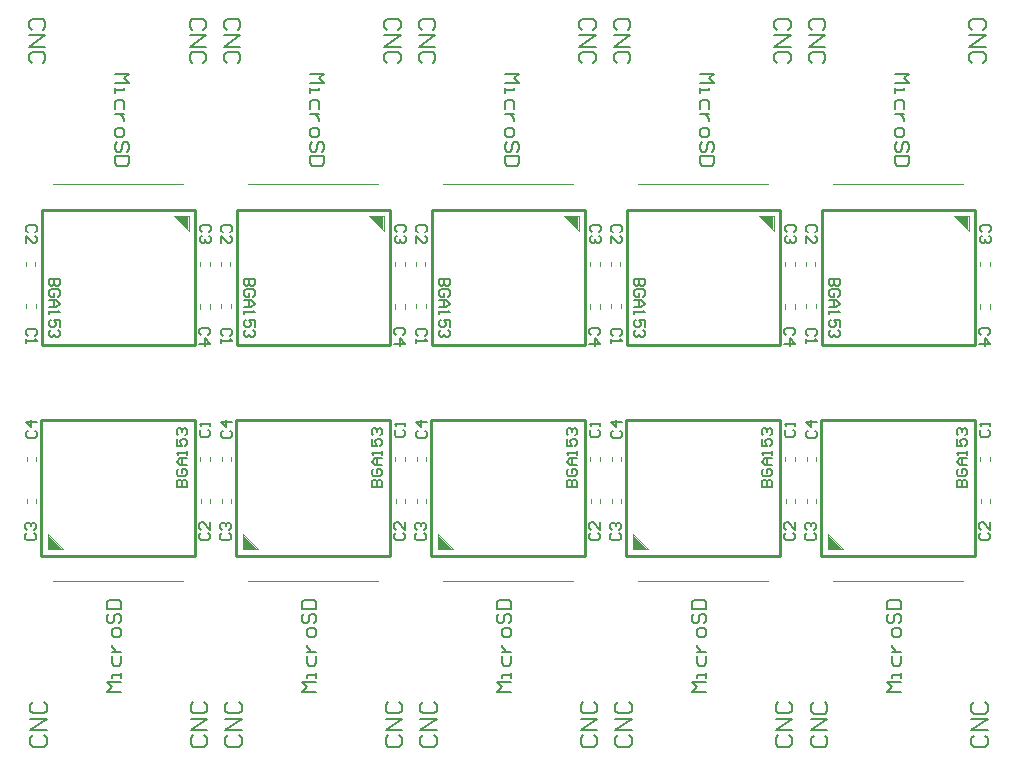
<source format=gto>
G04 Layer_Color=65535*
%FSLAX44Y44*%
%MOMM*%
G71*
G01*
G75*
%ADD23C,0.2000*%
%ADD24C,0.1000*%
%ADD25C,0.2540*%
G36*
X189958Y499072D02*
X178274Y510756D01*
X189958D01*
Y499072D01*
D02*
G37*
G36*
X355058D02*
X343374Y510756D01*
X355058D01*
Y499072D01*
D02*
G37*
G36*
X520158D02*
X508474Y510756D01*
X520158D01*
Y499072D01*
D02*
G37*
G36*
X685258D02*
X673574Y510756D01*
X685258D01*
Y499072D01*
D02*
G37*
G36*
X850358D02*
X838674Y510756D01*
X850358D01*
Y499072D01*
D02*
G37*
G36*
X731486Y241008D02*
X743170Y229324D01*
X731486D01*
Y241008D01*
D02*
G37*
G36*
X566386D02*
X578070Y229324D01*
X566386D01*
Y241008D01*
D02*
G37*
G36*
X401286D02*
X412970Y229324D01*
X401286D01*
Y241008D01*
D02*
G37*
G36*
X236186D02*
X247870Y229324D01*
X236186D01*
Y241008D01*
D02*
G37*
G36*
X71086D02*
X82770Y229324D01*
X71086D01*
Y241008D01*
D02*
G37*
D23*
X194389Y71370D02*
X192057Y69038D01*
Y64373D01*
X194389Y62040D01*
X203720D01*
X206052Y64373D01*
Y69038D01*
X203720Y71370D01*
X206052Y76035D02*
X192057D01*
X206052Y85366D01*
X192057D01*
X194389Y99361D02*
X192057Y97029D01*
Y92364D01*
X194389Y90031D01*
X203720D01*
X206052Y92364D01*
Y97029D01*
X203720Y99361D01*
X58389Y71370D02*
X56057Y69038D01*
Y64373D01*
X58389Y62040D01*
X67719D01*
X70052Y64373D01*
Y69038D01*
X67719Y71370D01*
X70052Y76035D02*
X56057D01*
X70052Y85366D01*
X56057D01*
X58389Y99361D02*
X56057Y97029D01*
Y92364D01*
X58389Y90031D01*
X67719D01*
X70052Y92364D01*
Y97029D01*
X67719Y99361D01*
X359489Y71370D02*
X357157Y69038D01*
Y64373D01*
X359489Y62040D01*
X368820D01*
X371152Y64373D01*
Y69038D01*
X368820Y71370D01*
X371152Y76035D02*
X357157D01*
X371152Y85366D01*
X357157D01*
X359489Y99361D02*
X357157Y97029D01*
Y92364D01*
X359489Y90031D01*
X368820D01*
X371152Y92364D01*
Y97029D01*
X368820Y99361D01*
X223489Y71370D02*
X221157Y69038D01*
Y64373D01*
X223489Y62040D01*
X232819D01*
X235152Y64373D01*
Y69038D01*
X232819Y71370D01*
X235152Y76035D02*
X221157D01*
X235152Y85366D01*
X221157D01*
X223489Y99361D02*
X221157Y97029D01*
Y92364D01*
X223489Y90031D01*
X232819D01*
X235152Y92364D01*
Y97029D01*
X232819Y99361D01*
X524589Y71370D02*
X522257Y69038D01*
Y64373D01*
X524589Y62040D01*
X533919D01*
X536252Y64373D01*
Y69038D01*
X533919Y71370D01*
X536252Y76035D02*
X522257D01*
X536252Y85366D01*
X522257D01*
X524589Y99361D02*
X522257Y97029D01*
Y92364D01*
X524589Y90031D01*
X533919D01*
X536252Y92364D01*
Y97029D01*
X533919Y99361D01*
X388589Y71370D02*
X386257Y69038D01*
Y64373D01*
X388589Y62040D01*
X397920D01*
X400252Y64373D01*
Y69038D01*
X397920Y71370D01*
X400252Y76035D02*
X386257D01*
X400252Y85366D01*
X386257D01*
X388589Y99361D02*
X386257Y97029D01*
Y92364D01*
X388589Y90031D01*
X397920D01*
X400252Y92364D01*
Y97029D01*
X397920Y99361D01*
X689689Y71370D02*
X687357Y69038D01*
Y64373D01*
X689689Y62040D01*
X699019D01*
X701352Y64373D01*
Y69038D01*
X699019Y71370D01*
X701352Y76035D02*
X687357D01*
X701352Y85366D01*
X687357D01*
X689689Y99361D02*
X687357Y97029D01*
Y92364D01*
X689689Y90031D01*
X699019D01*
X701352Y92364D01*
Y97029D01*
X699019Y99361D01*
X553689Y71370D02*
X551357Y69038D01*
Y64373D01*
X553689Y62040D01*
X563019D01*
X565352Y64373D01*
Y69038D01*
X563019Y71370D01*
X565352Y76035D02*
X551357D01*
X565352Y85366D01*
X551357D01*
X553689Y99361D02*
X551357Y97029D01*
Y92364D01*
X553689Y90031D01*
X563019D01*
X565352Y92364D01*
Y97029D01*
X563019Y99361D01*
X855389Y71330D02*
X853057Y68998D01*
Y64333D01*
X855389Y62000D01*
X864719D01*
X867052Y64333D01*
Y68998D01*
X864719Y71330D01*
X867052Y75995D02*
X853057D01*
X867052Y85326D01*
X853057D01*
X855389Y99321D02*
X853057Y96989D01*
Y92324D01*
X855389Y89991D01*
X864719D01*
X867052Y92324D01*
Y96989D01*
X864719Y99321D01*
X719389Y71330D02*
X717057Y68998D01*
Y64333D01*
X719389Y62000D01*
X728719D01*
X731052Y64333D01*
Y68998D01*
X728719Y71330D01*
X731052Y75995D02*
X717057D01*
X731052Y85326D01*
X717057D01*
X719389Y99321D02*
X717057Y96989D01*
Y92324D01*
X719389Y89991D01*
X728719D01*
X731052Y92324D01*
Y96989D01*
X728719Y99321D01*
X727015Y668710D02*
X729348Y671042D01*
Y675707D01*
X727015Y678040D01*
X717685D01*
X715352Y675707D01*
Y671042D01*
X717685Y668710D01*
X715352Y664044D02*
X729348D01*
X715352Y654714D01*
X729348D01*
X727015Y640719D02*
X729348Y643051D01*
Y647717D01*
X727015Y650049D01*
X717685D01*
X715352Y647717D01*
Y643051D01*
X717685Y640719D01*
X863015Y668710D02*
X865348Y671042D01*
Y675707D01*
X863015Y678040D01*
X853685D01*
X851352Y675707D01*
Y671042D01*
X853685Y668710D01*
X851352Y664044D02*
X865348D01*
X851352Y654714D01*
X865348D01*
X863015Y640719D02*
X865348Y643051D01*
Y647717D01*
X863015Y650049D01*
X853685D01*
X851352Y647717D01*
Y643051D01*
X853685Y640719D01*
X561915Y668710D02*
X564248Y671042D01*
Y675707D01*
X561915Y678040D01*
X552585D01*
X550252Y675707D01*
Y671042D01*
X552585Y668710D01*
X550252Y664044D02*
X564248D01*
X550252Y654714D01*
X564248D01*
X561915Y640719D02*
X564248Y643051D01*
Y647717D01*
X561915Y650049D01*
X552585D01*
X550252Y647717D01*
Y643051D01*
X552585Y640719D01*
X697915Y668710D02*
X700248Y671042D01*
Y675707D01*
X697915Y678040D01*
X688585D01*
X686252Y675707D01*
Y671042D01*
X688585Y668710D01*
X686252Y664044D02*
X700248D01*
X686252Y654714D01*
X700248D01*
X697915Y640719D02*
X700248Y643051D01*
Y647717D01*
X697915Y650049D01*
X688585D01*
X686252Y647717D01*
Y643051D01*
X688585Y640719D01*
X396815Y668710D02*
X399148Y671042D01*
Y675707D01*
X396815Y678040D01*
X387485D01*
X385152Y675707D01*
Y671042D01*
X387485Y668710D01*
X385152Y664044D02*
X399148D01*
X385152Y654714D01*
X399148D01*
X396815Y640719D02*
X399148Y643051D01*
Y647717D01*
X396815Y650049D01*
X387485D01*
X385152Y647717D01*
Y643051D01*
X387485Y640719D01*
X532815Y668710D02*
X535148Y671042D01*
Y675707D01*
X532815Y678040D01*
X523485D01*
X521152Y675707D01*
Y671042D01*
X523485Y668710D01*
X521152Y664044D02*
X535148D01*
X521152Y654714D01*
X535148D01*
X532815Y640719D02*
X535148Y643051D01*
Y647717D01*
X532815Y650049D01*
X523485D01*
X521152Y647717D01*
Y643051D01*
X523485Y640719D01*
X231715Y668710D02*
X234048Y671042D01*
Y675707D01*
X231715Y678040D01*
X222385D01*
X220052Y675707D01*
Y671042D01*
X222385Y668710D01*
X220052Y664044D02*
X234048D01*
X220052Y654714D01*
X234048D01*
X231715Y640719D02*
X234048Y643051D01*
Y647717D01*
X231715Y650049D01*
X222385D01*
X220052Y647717D01*
Y643051D01*
X222385Y640719D01*
X367715Y668710D02*
X370048Y671042D01*
Y675707D01*
X367715Y678040D01*
X358385D01*
X356052Y675707D01*
Y671042D01*
X358385Y668710D01*
X356052Y664044D02*
X370048D01*
X356052Y654714D01*
X370048D01*
X367715Y640719D02*
X370048Y643051D01*
Y647717D01*
X367715Y650049D01*
X358385D01*
X356052Y647717D01*
Y643051D01*
X358385Y640719D01*
X202715Y668710D02*
X205048Y671042D01*
Y675707D01*
X202715Y678040D01*
X193385D01*
X191052Y675707D01*
Y671042D01*
X193385Y668710D01*
X191052Y664044D02*
X205048D01*
X191052Y654714D01*
X205048D01*
X202715Y640719D02*
X205048Y643051D01*
Y647717D01*
X202715Y650049D01*
X193385D01*
X191052Y647717D01*
Y643051D01*
X193385Y640719D01*
X66715Y668710D02*
X69048Y671042D01*
Y675707D01*
X66715Y678040D01*
X57385D01*
X55052Y675707D01*
Y671042D01*
X57385Y668710D01*
X55052Y664044D02*
X69048D01*
X55052Y654714D01*
X69048D01*
X66715Y640719D02*
X69048Y643051D01*
Y647717D01*
X66715Y650049D01*
X57385D01*
X55052Y647717D01*
Y643051D01*
X57385Y640719D01*
X206970Y410542D02*
X208469Y412042D01*
Y415041D01*
X206970Y416540D01*
X200972D01*
X199472Y415041D01*
Y412042D01*
X200972Y410542D01*
X199472Y403044D02*
X208469D01*
X203971Y407543D01*
Y401545D01*
X207470Y497542D02*
X208969Y499041D01*
Y502040D01*
X207470Y503540D01*
X201472D01*
X199972Y502040D01*
Y499041D01*
X201472Y497542D01*
X207470Y494543D02*
X208969Y493043D01*
Y490044D01*
X207470Y488545D01*
X205970D01*
X204471Y490044D01*
Y491544D01*
Y490044D01*
X202971Y488545D01*
X201472D01*
X199972Y490044D01*
Y493043D01*
X201472Y494543D01*
X60210Y497332D02*
X61709Y498831D01*
Y501830D01*
X60210Y503330D01*
X54212D01*
X52712Y501830D01*
Y498831D01*
X54212Y497332D01*
X52712Y488335D02*
Y494333D01*
X58710Y488335D01*
X60210D01*
X61709Y489834D01*
Y492833D01*
X60210Y494333D01*
X60020Y409812D02*
X61519Y411311D01*
Y414310D01*
X60020Y415810D01*
X54022D01*
X52522Y414310D01*
Y411311D01*
X54022Y409812D01*
X52522Y406813D02*
Y403814D01*
Y405313D01*
X61519D01*
X60020Y406813D01*
X80969Y458040D02*
X71972D01*
Y453541D01*
X73472Y452042D01*
X74971D01*
X76471Y453541D01*
Y458040D01*
Y453541D01*
X77970Y452042D01*
X79470D01*
X80969Y453541D01*
Y458040D01*
X79470Y443045D02*
X80969Y444544D01*
Y447543D01*
X79470Y449043D01*
X73472D01*
X71972Y447543D01*
Y444544D01*
X73472Y443045D01*
X76471D01*
Y446044D01*
X71972Y440046D02*
X77970D01*
X80969Y437047D01*
X77970Y434048D01*
X71972D01*
X76471D01*
Y440046D01*
X71972Y431049D02*
Y428050D01*
Y429549D01*
X80969D01*
X79470Y431049D01*
X80969Y417553D02*
Y423551D01*
X76471D01*
X77970Y420552D01*
Y419053D01*
X76471Y417553D01*
X73472D01*
X71972Y419053D01*
Y422052D01*
X73472Y423551D01*
X79470Y414554D02*
X80969Y413055D01*
Y410056D01*
X79470Y408556D01*
X77970D01*
X76471Y410056D01*
Y411555D01*
Y410056D01*
X74971Y408556D01*
X73472D01*
X71972Y410056D01*
Y413055D01*
X73472Y414554D01*
X127982Y631660D02*
X139978D01*
X135979Y627661D01*
X139978Y623663D01*
X127982D01*
Y619664D02*
Y615665D01*
Y617665D01*
X135979D01*
Y619664D01*
Y601670D02*
Y607668D01*
X133980Y609667D01*
X129981D01*
X127982Y607668D01*
Y601670D01*
X135979Y597671D02*
X127982D01*
X131981D01*
X133980Y595672D01*
X135979Y593672D01*
Y591673D01*
X127982Y583675D02*
Y579677D01*
X129981Y577677D01*
X133980D01*
X135979Y579677D01*
Y583675D01*
X133980Y585675D01*
X129981D01*
X127982Y583675D01*
X137979Y565681D02*
X139978Y567681D01*
Y571679D01*
X137979Y573679D01*
X135979D01*
X133980Y571679D01*
Y567681D01*
X131981Y565681D01*
X129981D01*
X127982Y567681D01*
Y571679D01*
X129981Y573679D01*
X139978Y561683D02*
X127982D01*
Y555685D01*
X129981Y553685D01*
X137979D01*
X139978Y555685D01*
Y561683D01*
X372070Y410542D02*
X373569Y412042D01*
Y415041D01*
X372070Y416540D01*
X366072D01*
X364572Y415041D01*
Y412042D01*
X366072Y410542D01*
X364572Y403044D02*
X373569D01*
X369071Y407543D01*
Y401545D01*
X372570Y497542D02*
X374069Y499041D01*
Y502040D01*
X372570Y503540D01*
X366572D01*
X365072Y502040D01*
Y499041D01*
X366572Y497542D01*
X372570Y494543D02*
X374069Y493043D01*
Y490044D01*
X372570Y488545D01*
X371070D01*
X369571Y490044D01*
Y491544D01*
Y490044D01*
X368071Y488545D01*
X366572D01*
X365072Y490044D01*
Y493043D01*
X366572Y494543D01*
X225310Y497332D02*
X226809Y498831D01*
Y501830D01*
X225310Y503330D01*
X219312D01*
X217812Y501830D01*
Y498831D01*
X219312Y497332D01*
X217812Y488335D02*
Y494333D01*
X223810Y488335D01*
X225310D01*
X226809Y489834D01*
Y492833D01*
X225310Y494333D01*
X225120Y409812D02*
X226619Y411311D01*
Y414310D01*
X225120Y415810D01*
X219122D01*
X217622Y414310D01*
Y411311D01*
X219122Y409812D01*
X217622Y406813D02*
Y403814D01*
Y405313D01*
X226619D01*
X225120Y406813D01*
X246069Y458040D02*
X237072D01*
Y453541D01*
X238572Y452042D01*
X240071D01*
X241571Y453541D01*
Y458040D01*
Y453541D01*
X243070Y452042D01*
X244570D01*
X246069Y453541D01*
Y458040D01*
X244570Y443045D02*
X246069Y444544D01*
Y447543D01*
X244570Y449043D01*
X238572D01*
X237072Y447543D01*
Y444544D01*
X238572Y443045D01*
X241571D01*
Y446044D01*
X237072Y440046D02*
X243070D01*
X246069Y437047D01*
X243070Y434048D01*
X237072D01*
X241571D01*
Y440046D01*
X237072Y431049D02*
Y428050D01*
Y429549D01*
X246069D01*
X244570Y431049D01*
X246069Y417553D02*
Y423551D01*
X241571D01*
X243070Y420552D01*
Y419053D01*
X241571Y417553D01*
X238572D01*
X237072Y419053D01*
Y422052D01*
X238572Y423551D01*
X244570Y414554D02*
X246069Y413055D01*
Y410056D01*
X244570Y408556D01*
X243070D01*
X241571Y410056D01*
Y411555D01*
Y410056D01*
X240071Y408556D01*
X238572D01*
X237072Y410056D01*
Y413055D01*
X238572Y414554D01*
X293082Y631660D02*
X305078D01*
X301080Y627661D01*
X305078Y623663D01*
X293082D01*
Y619664D02*
Y615665D01*
Y617665D01*
X301080D01*
Y619664D01*
Y601670D02*
Y607668D01*
X299080Y609667D01*
X295082D01*
X293082Y607668D01*
Y601670D01*
X301080Y597671D02*
X293082D01*
X297081D01*
X299080Y595672D01*
X301080Y593672D01*
Y591673D01*
X293082Y583675D02*
Y579677D01*
X295082Y577677D01*
X299080D01*
X301080Y579677D01*
Y583675D01*
X299080Y585675D01*
X295082D01*
X293082Y583675D01*
X303079Y565681D02*
X305078Y567681D01*
Y571679D01*
X303079Y573679D01*
X301080D01*
X299080Y571679D01*
Y567681D01*
X297081Y565681D01*
X295082D01*
X293082Y567681D01*
Y571679D01*
X295082Y573679D01*
X305078Y561683D02*
X293082D01*
Y555685D01*
X295082Y553685D01*
X303079D01*
X305078Y555685D01*
Y561683D01*
X537170Y410542D02*
X538669Y412042D01*
Y415041D01*
X537170Y416540D01*
X531172D01*
X529672Y415041D01*
Y412042D01*
X531172Y410542D01*
X529672Y403044D02*
X538669D01*
X534171Y407543D01*
Y401545D01*
X537670Y497542D02*
X539169Y499041D01*
Y502040D01*
X537670Y503540D01*
X531672D01*
X530172Y502040D01*
Y499041D01*
X531672Y497542D01*
X537670Y494543D02*
X539169Y493043D01*
Y490044D01*
X537670Y488545D01*
X536170D01*
X534671Y490044D01*
Y491544D01*
Y490044D01*
X533171Y488545D01*
X531672D01*
X530172Y490044D01*
Y493043D01*
X531672Y494543D01*
X390410Y497332D02*
X391909Y498831D01*
Y501830D01*
X390410Y503330D01*
X384412D01*
X382912Y501830D01*
Y498831D01*
X384412Y497332D01*
X382912Y488335D02*
Y494333D01*
X388910Y488335D01*
X390410D01*
X391909Y489834D01*
Y492833D01*
X390410Y494333D01*
X390220Y409812D02*
X391719Y411311D01*
Y414310D01*
X390220Y415810D01*
X384222D01*
X382722Y414310D01*
Y411311D01*
X384222Y409812D01*
X382722Y406813D02*
Y403814D01*
Y405313D01*
X391719D01*
X390220Y406813D01*
X411169Y458040D02*
X402172D01*
Y453541D01*
X403672Y452042D01*
X405171D01*
X406671Y453541D01*
Y458040D01*
Y453541D01*
X408170Y452042D01*
X409670D01*
X411169Y453541D01*
Y458040D01*
X409670Y443045D02*
X411169Y444544D01*
Y447543D01*
X409670Y449043D01*
X403672D01*
X402172Y447543D01*
Y444544D01*
X403672Y443045D01*
X406671D01*
Y446044D01*
X402172Y440046D02*
X408170D01*
X411169Y437047D01*
X408170Y434048D01*
X402172D01*
X406671D01*
Y440046D01*
X402172Y431049D02*
Y428050D01*
Y429549D01*
X411169D01*
X409670Y431049D01*
X411169Y417553D02*
Y423551D01*
X406671D01*
X408170Y420552D01*
Y419053D01*
X406671Y417553D01*
X403672D01*
X402172Y419053D01*
Y422052D01*
X403672Y423551D01*
X409670Y414554D02*
X411169Y413055D01*
Y410056D01*
X409670Y408556D01*
X408170D01*
X406671Y410056D01*
Y411555D01*
Y410056D01*
X405171Y408556D01*
X403672D01*
X402172Y410056D01*
Y413055D01*
X403672Y414554D01*
X458182Y631660D02*
X470178D01*
X466180Y627661D01*
X470178Y623663D01*
X458182D01*
Y619664D02*
Y615665D01*
Y617665D01*
X466180D01*
Y619664D01*
Y601670D02*
Y607668D01*
X464180Y609667D01*
X460182D01*
X458182Y607668D01*
Y601670D01*
X466180Y597671D02*
X458182D01*
X462181D01*
X464180Y595672D01*
X466180Y593672D01*
Y591673D01*
X458182Y583675D02*
Y579677D01*
X460182Y577677D01*
X464180D01*
X466180Y579677D01*
Y583675D01*
X464180Y585675D01*
X460182D01*
X458182Y583675D01*
X468179Y565681D02*
X470178Y567681D01*
Y571679D01*
X468179Y573679D01*
X466180D01*
X464180Y571679D01*
Y567681D01*
X462181Y565681D01*
X460182D01*
X458182Y567681D01*
Y571679D01*
X460182Y573679D01*
X470178Y561683D02*
X458182D01*
Y555685D01*
X460182Y553685D01*
X468179D01*
X470178Y555685D01*
Y561683D01*
X702270Y410542D02*
X703769Y412042D01*
Y415041D01*
X702270Y416540D01*
X696272D01*
X694772Y415041D01*
Y412042D01*
X696272Y410542D01*
X694772Y403044D02*
X703769D01*
X699271Y407543D01*
Y401545D01*
X702770Y497542D02*
X704269Y499041D01*
Y502040D01*
X702770Y503540D01*
X696772D01*
X695272Y502040D01*
Y499041D01*
X696772Y497542D01*
X702770Y494543D02*
X704269Y493043D01*
Y490044D01*
X702770Y488545D01*
X701270D01*
X699771Y490044D01*
Y491544D01*
Y490044D01*
X698271Y488545D01*
X696772D01*
X695272Y490044D01*
Y493043D01*
X696772Y494543D01*
X555510Y497332D02*
X557009Y498831D01*
Y501830D01*
X555510Y503330D01*
X549512D01*
X548012Y501830D01*
Y498831D01*
X549512Y497332D01*
X548012Y488335D02*
Y494333D01*
X554010Y488335D01*
X555510D01*
X557009Y489834D01*
Y492833D01*
X555510Y494333D01*
X555320Y409812D02*
X556819Y411311D01*
Y414310D01*
X555320Y415810D01*
X549322D01*
X547822Y414310D01*
Y411311D01*
X549322Y409812D01*
X547822Y406813D02*
Y403814D01*
Y405313D01*
X556819D01*
X555320Y406813D01*
X576269Y458040D02*
X567272D01*
Y453541D01*
X568772Y452042D01*
X570271D01*
X571771Y453541D01*
Y458040D01*
Y453541D01*
X573270Y452042D01*
X574770D01*
X576269Y453541D01*
Y458040D01*
X574770Y443045D02*
X576269Y444544D01*
Y447543D01*
X574770Y449043D01*
X568772D01*
X567272Y447543D01*
Y444544D01*
X568772Y443045D01*
X571771D01*
Y446044D01*
X567272Y440046D02*
X573270D01*
X576269Y437047D01*
X573270Y434048D01*
X567272D01*
X571771D01*
Y440046D01*
X567272Y431049D02*
Y428050D01*
Y429549D01*
X576269D01*
X574770Y431049D01*
X576269Y417553D02*
Y423551D01*
X571771D01*
X573270Y420552D01*
Y419053D01*
X571771Y417553D01*
X568772D01*
X567272Y419053D01*
Y422052D01*
X568772Y423551D01*
X574770Y414554D02*
X576269Y413055D01*
Y410056D01*
X574770Y408556D01*
X573270D01*
X571771Y410056D01*
Y411555D01*
Y410056D01*
X570271Y408556D01*
X568772D01*
X567272Y410056D01*
Y413055D01*
X568772Y414554D01*
X623282Y631660D02*
X635278D01*
X631279Y627661D01*
X635278Y623663D01*
X623282D01*
Y619664D02*
Y615665D01*
Y617665D01*
X631279D01*
Y619664D01*
Y601670D02*
Y607668D01*
X629280Y609667D01*
X625281D01*
X623282Y607668D01*
Y601670D01*
X631279Y597671D02*
X623282D01*
X627281D01*
X629280Y595672D01*
X631279Y593672D01*
Y591673D01*
X623282Y583675D02*
Y579677D01*
X625281Y577677D01*
X629280D01*
X631279Y579677D01*
Y583675D01*
X629280Y585675D01*
X625281D01*
X623282Y583675D01*
X633279Y565681D02*
X635278Y567681D01*
Y571679D01*
X633279Y573679D01*
X631279D01*
X629280Y571679D01*
Y567681D01*
X627281Y565681D01*
X625281D01*
X623282Y567681D01*
Y571679D01*
X625281Y573679D01*
X635278Y561683D02*
X623282D01*
Y555685D01*
X625281Y553685D01*
X633279D01*
X635278Y555685D01*
Y561683D01*
X867370Y410542D02*
X868869Y412042D01*
Y415041D01*
X867370Y416540D01*
X861372D01*
X859872Y415041D01*
Y412042D01*
X861372Y410542D01*
X859872Y403044D02*
X868869D01*
X864371Y407543D01*
Y401545D01*
X867870Y497542D02*
X869369Y499041D01*
Y502040D01*
X867870Y503540D01*
X861872D01*
X860372Y502040D01*
Y499041D01*
X861872Y497542D01*
X867870Y494543D02*
X869369Y493043D01*
Y490044D01*
X867870Y488545D01*
X866370D01*
X864871Y490044D01*
Y491544D01*
Y490044D01*
X863371Y488545D01*
X861872D01*
X860372Y490044D01*
Y493043D01*
X861872Y494543D01*
X720610Y497332D02*
X722109Y498831D01*
Y501830D01*
X720610Y503330D01*
X714612D01*
X713112Y501830D01*
Y498831D01*
X714612Y497332D01*
X713112Y488335D02*
Y494333D01*
X719110Y488335D01*
X720610D01*
X722109Y489834D01*
Y492833D01*
X720610Y494333D01*
X720420Y409812D02*
X721919Y411311D01*
Y414310D01*
X720420Y415810D01*
X714422D01*
X712922Y414310D01*
Y411311D01*
X714422Y409812D01*
X712922Y406813D02*
Y403814D01*
Y405313D01*
X721919D01*
X720420Y406813D01*
X741369Y458040D02*
X732372D01*
Y453541D01*
X733872Y452042D01*
X735371D01*
X736871Y453541D01*
Y458040D01*
Y453541D01*
X738370Y452042D01*
X739870D01*
X741369Y453541D01*
Y458040D01*
X739870Y443045D02*
X741369Y444544D01*
Y447543D01*
X739870Y449043D01*
X733872D01*
X732372Y447543D01*
Y444544D01*
X733872Y443045D01*
X736871D01*
Y446044D01*
X732372Y440046D02*
X738370D01*
X741369Y437047D01*
X738370Y434048D01*
X732372D01*
X736871D01*
Y440046D01*
X732372Y431049D02*
Y428050D01*
Y429549D01*
X741369D01*
X739870Y431049D01*
X741369Y417553D02*
Y423551D01*
X736871D01*
X738370Y420552D01*
Y419053D01*
X736871Y417553D01*
X733872D01*
X732372Y419053D01*
Y422052D01*
X733872Y423551D01*
X739870Y414554D02*
X741369Y413055D01*
Y410056D01*
X739870Y408556D01*
X738370D01*
X736871Y410056D01*
Y411555D01*
Y410056D01*
X735371Y408556D01*
X733872D01*
X732372Y410056D01*
Y413055D01*
X733872Y414554D01*
X788382Y631660D02*
X800378D01*
X796379Y627661D01*
X800378Y623663D01*
X788382D01*
Y619664D02*
Y615665D01*
Y617665D01*
X796379D01*
Y619664D01*
Y601670D02*
Y607668D01*
X794380Y609667D01*
X790381D01*
X788382Y607668D01*
Y601670D01*
X796379Y597671D02*
X788382D01*
X792381D01*
X794380Y595672D01*
X796379Y593672D01*
Y591673D01*
X788382Y583675D02*
Y579677D01*
X790381Y577677D01*
X794380D01*
X796379Y579677D01*
Y583675D01*
X794380Y585675D01*
X790381D01*
X788382Y583675D01*
X798379Y565681D02*
X800378Y567681D01*
Y571679D01*
X798379Y573679D01*
X796379D01*
X794380Y571679D01*
Y567681D01*
X792381Y565681D01*
X790381D01*
X788382Y567681D01*
Y571679D01*
X790381Y573679D01*
X800378Y561683D02*
X788382D01*
Y555685D01*
X790381Y553685D01*
X798379D01*
X800378Y555685D01*
Y561683D01*
X714474Y329538D02*
X712975Y328039D01*
Y325040D01*
X714474Y323540D01*
X720473D01*
X721972Y325040D01*
Y328039D01*
X720473Y329538D01*
X721972Y337036D02*
X712975D01*
X717474Y332537D01*
Y338535D01*
X713975Y242538D02*
X712475Y241039D01*
Y238039D01*
X713975Y236540D01*
X719973D01*
X721472Y238039D01*
Y241039D01*
X719973Y242538D01*
X713975Y245537D02*
X712475Y247037D01*
Y250036D01*
X713975Y251535D01*
X715474D01*
X716973Y250036D01*
Y248536D01*
Y250036D01*
X718473Y251535D01*
X719973D01*
X721472Y250036D01*
Y247037D01*
X719973Y245537D01*
X861235Y242748D02*
X859735Y241249D01*
Y238249D01*
X861235Y236750D01*
X867233D01*
X868732Y238249D01*
Y241249D01*
X867233Y242748D01*
X868732Y251745D02*
Y245747D01*
X862734Y251745D01*
X861235D01*
X859735Y250246D01*
Y247247D01*
X861235Y245747D01*
X861424Y330268D02*
X859925Y328769D01*
Y325770D01*
X861424Y324270D01*
X867423D01*
X868922Y325770D01*
Y328769D01*
X867423Y330268D01*
X868922Y333267D02*
Y336266D01*
Y334767D01*
X859925D01*
X861424Y333267D01*
X840475Y282040D02*
X849472D01*
Y286539D01*
X847973Y288038D01*
X846473D01*
X844974Y286539D01*
Y282040D01*
Y286539D01*
X843474Y288038D01*
X841974D01*
X840475Y286539D01*
Y282040D01*
X841974Y297035D02*
X840475Y295536D01*
Y292537D01*
X841974Y291037D01*
X847973D01*
X849472Y292537D01*
Y295536D01*
X847973Y297035D01*
X844974D01*
Y294036D01*
X849472Y300034D02*
X843474D01*
X840475Y303033D01*
X843474Y306032D01*
X849472D01*
X844974D01*
Y300034D01*
X849472Y309031D02*
Y312030D01*
Y310531D01*
X840475D01*
X841974Y309031D01*
X840475Y322527D02*
Y316529D01*
X844974D01*
X843474Y319528D01*
Y321027D01*
X844974Y322527D01*
X847973D01*
X849472Y321027D01*
Y318028D01*
X847973Y316529D01*
X841974Y325526D02*
X840475Y327025D01*
Y330024D01*
X841974Y331524D01*
X843474D01*
X844974Y330024D01*
Y328525D01*
Y330024D01*
X846473Y331524D01*
X847973D01*
X849472Y330024D01*
Y327025D01*
X847973Y325526D01*
X793462Y108420D02*
X781466D01*
X785465Y112419D01*
X781466Y116417D01*
X793462D01*
Y120416D02*
Y124415D01*
Y122416D01*
X785465D01*
Y120416D01*
Y138410D02*
Y132412D01*
X787464Y130413D01*
X791463D01*
X793462Y132412D01*
Y138410D01*
X785465Y142409D02*
X793462D01*
X789463D01*
X787464Y144408D01*
X785465Y146408D01*
Y148407D01*
X793462Y156404D02*
Y160403D01*
X791463Y162403D01*
X787464D01*
X785465Y160403D01*
Y156404D01*
X787464Y154405D01*
X791463D01*
X793462Y156404D01*
X783465Y174399D02*
X781466Y172399D01*
Y168401D01*
X783465Y166401D01*
X785465D01*
X787464Y168401D01*
Y172399D01*
X789463Y174399D01*
X791463D01*
X793462Y172399D01*
Y168401D01*
X791463Y166401D01*
X781466Y178397D02*
X793462D01*
Y184395D01*
X791463Y186395D01*
X783465D01*
X781466Y184395D01*
Y178397D01*
X549375Y329538D02*
X547875Y328039D01*
Y325040D01*
X549375Y323540D01*
X555373D01*
X556872Y325040D01*
Y328039D01*
X555373Y329538D01*
X556872Y337036D02*
X547875D01*
X552374Y332537D01*
Y338535D01*
X548875Y242538D02*
X547375Y241039D01*
Y238039D01*
X548875Y236540D01*
X554873D01*
X556372Y238039D01*
Y241039D01*
X554873Y242538D01*
X548875Y245537D02*
X547375Y247037D01*
Y250036D01*
X548875Y251535D01*
X550374D01*
X551874Y250036D01*
Y248536D01*
Y250036D01*
X553373Y251535D01*
X554873D01*
X556372Y250036D01*
Y247037D01*
X554873Y245537D01*
X696134Y242748D02*
X694635Y241249D01*
Y238249D01*
X696134Y236750D01*
X702133D01*
X703632Y238249D01*
Y241249D01*
X702133Y242748D01*
X703632Y251745D02*
Y245747D01*
X697634Y251745D01*
X696134D01*
X694635Y250246D01*
Y247247D01*
X696134Y245747D01*
X696324Y330268D02*
X694825Y328769D01*
Y325770D01*
X696324Y324270D01*
X702323D01*
X703822Y325770D01*
Y328769D01*
X702323Y330268D01*
X703822Y333267D02*
Y336266D01*
Y334767D01*
X694825D01*
X696324Y333267D01*
X675375Y282040D02*
X684372D01*
Y286539D01*
X682873Y288038D01*
X681373D01*
X679874Y286539D01*
Y282040D01*
Y286539D01*
X678374Y288038D01*
X676874D01*
X675375Y286539D01*
Y282040D01*
X676874Y297035D02*
X675375Y295536D01*
Y292537D01*
X676874Y291037D01*
X682873D01*
X684372Y292537D01*
Y295536D01*
X682873Y297035D01*
X679874D01*
Y294036D01*
X684372Y300034D02*
X678374D01*
X675375Y303033D01*
X678374Y306032D01*
X684372D01*
X679874D01*
Y300034D01*
X684372Y309031D02*
Y312030D01*
Y310531D01*
X675375D01*
X676874Y309031D01*
X675375Y322527D02*
Y316529D01*
X679874D01*
X678374Y319528D01*
Y321027D01*
X679874Y322527D01*
X682873D01*
X684372Y321027D01*
Y318028D01*
X682873Y316529D01*
X676874Y325526D02*
X675375Y327025D01*
Y330024D01*
X676874Y331524D01*
X678374D01*
X679874Y330024D01*
Y328525D01*
Y330024D01*
X681373Y331524D01*
X682873D01*
X684372Y330024D01*
Y327025D01*
X682873Y325526D01*
X628362Y108420D02*
X616366D01*
X620365Y112419D01*
X616366Y116417D01*
X628362D01*
Y120416D02*
Y124415D01*
Y122416D01*
X620365D01*
Y120416D01*
Y138410D02*
Y132412D01*
X622364Y130413D01*
X626363D01*
X628362Y132412D01*
Y138410D01*
X620365Y142409D02*
X628362D01*
X624363D01*
X622364Y144408D01*
X620365Y146408D01*
Y148407D01*
X628362Y156404D02*
Y160403D01*
X626363Y162403D01*
X622364D01*
X620365Y160403D01*
Y156404D01*
X622364Y154405D01*
X626363D01*
X628362Y156404D01*
X618365Y174399D02*
X616366Y172399D01*
Y168401D01*
X618365Y166401D01*
X620365D01*
X622364Y168401D01*
Y172399D01*
X624363Y174399D01*
X626363D01*
X628362Y172399D01*
Y168401D01*
X626363Y166401D01*
X616366Y178397D02*
X628362D01*
Y184395D01*
X626363Y186395D01*
X618365D01*
X616366Y184395D01*
Y178397D01*
X384274Y329538D02*
X382775Y328039D01*
Y325040D01*
X384274Y323540D01*
X390273D01*
X391772Y325040D01*
Y328039D01*
X390273Y329538D01*
X391772Y337036D02*
X382775D01*
X387273Y332537D01*
Y338535D01*
X383774Y242538D02*
X382275Y241039D01*
Y238039D01*
X383774Y236540D01*
X389773D01*
X391272Y238039D01*
Y241039D01*
X389773Y242538D01*
X383774Y245537D02*
X382275Y247037D01*
Y250036D01*
X383774Y251535D01*
X385274D01*
X386773Y250036D01*
Y248536D01*
Y250036D01*
X388273Y251535D01*
X389773D01*
X391272Y250036D01*
Y247037D01*
X389773Y245537D01*
X531035Y242748D02*
X529535Y241249D01*
Y238249D01*
X531035Y236750D01*
X537033D01*
X538532Y238249D01*
Y241249D01*
X537033Y242748D01*
X538532Y251745D02*
Y245747D01*
X532534Y251745D01*
X531035D01*
X529535Y250246D01*
Y247247D01*
X531035Y245747D01*
X531225Y330268D02*
X529725Y328769D01*
Y325770D01*
X531225Y324270D01*
X537223D01*
X538722Y325770D01*
Y328769D01*
X537223Y330268D01*
X538722Y333267D02*
Y336266D01*
Y334767D01*
X529725D01*
X531225Y333267D01*
X510275Y282040D02*
X519272D01*
Y286539D01*
X517773Y288038D01*
X516273D01*
X514773Y286539D01*
Y282040D01*
Y286539D01*
X513274Y288038D01*
X511774D01*
X510275Y286539D01*
Y282040D01*
X511774Y297035D02*
X510275Y295536D01*
Y292537D01*
X511774Y291037D01*
X517773D01*
X519272Y292537D01*
Y295536D01*
X517773Y297035D01*
X514773D01*
Y294036D01*
X519272Y300034D02*
X513274D01*
X510275Y303033D01*
X513274Y306032D01*
X519272D01*
X514773D01*
Y300034D01*
X519272Y309031D02*
Y312030D01*
Y310531D01*
X510275D01*
X511774Y309031D01*
X510275Y322527D02*
Y316529D01*
X514773D01*
X513274Y319528D01*
Y321027D01*
X514773Y322527D01*
X517773D01*
X519272Y321027D01*
Y318028D01*
X517773Y316529D01*
X511774Y325526D02*
X510275Y327025D01*
Y330024D01*
X511774Y331524D01*
X513274D01*
X514773Y330024D01*
Y328525D01*
Y330024D01*
X516273Y331524D01*
X517773D01*
X519272Y330024D01*
Y327025D01*
X517773Y325526D01*
X463262Y108420D02*
X451266D01*
X455265Y112419D01*
X451266Y116417D01*
X463262D01*
Y120416D02*
Y124415D01*
Y122416D01*
X455265D01*
Y120416D01*
Y138410D02*
Y132412D01*
X457264Y130413D01*
X461263D01*
X463262Y132412D01*
Y138410D01*
X455265Y142409D02*
X463262D01*
X459263D01*
X457264Y144408D01*
X455265Y146408D01*
Y148407D01*
X463262Y156404D02*
Y160403D01*
X461263Y162403D01*
X457264D01*
X455265Y160403D01*
Y156404D01*
X457264Y154405D01*
X461263D01*
X463262Y156404D01*
X453265Y174399D02*
X451266Y172399D01*
Y168401D01*
X453265Y166401D01*
X455265D01*
X457264Y168401D01*
Y172399D01*
X459263Y174399D01*
X461263D01*
X463262Y172399D01*
Y168401D01*
X461263Y166401D01*
X451266Y178397D02*
X463262D01*
Y184395D01*
X461263Y186395D01*
X453265D01*
X451266Y184395D01*
Y178397D01*
X219174Y329538D02*
X217675Y328039D01*
Y325040D01*
X219174Y323540D01*
X225173D01*
X226672Y325040D01*
Y328039D01*
X225173Y329538D01*
X226672Y337036D02*
X217675D01*
X222174Y332537D01*
Y338535D01*
X218675Y242538D02*
X217175Y241039D01*
Y238039D01*
X218675Y236540D01*
X224673D01*
X226172Y238039D01*
Y241039D01*
X224673Y242538D01*
X218675Y245537D02*
X217175Y247037D01*
Y250036D01*
X218675Y251535D01*
X220174D01*
X221674Y250036D01*
Y248536D01*
Y250036D01*
X223173Y251535D01*
X224673D01*
X226172Y250036D01*
Y247037D01*
X224673Y245537D01*
X365934Y242748D02*
X364435Y241249D01*
Y238249D01*
X365934Y236750D01*
X371933D01*
X373432Y238249D01*
Y241249D01*
X371933Y242748D01*
X373432Y251745D02*
Y245747D01*
X367434Y251745D01*
X365934D01*
X364435Y250246D01*
Y247247D01*
X365934Y245747D01*
X366124Y330268D02*
X364625Y328769D01*
Y325770D01*
X366124Y324270D01*
X372123D01*
X373622Y325770D01*
Y328769D01*
X372123Y330268D01*
X373622Y333267D02*
Y336266D01*
Y334767D01*
X364625D01*
X366124Y333267D01*
X345175Y282040D02*
X354172D01*
Y286539D01*
X352673Y288038D01*
X351173D01*
X349674Y286539D01*
Y282040D01*
Y286539D01*
X348174Y288038D01*
X346674D01*
X345175Y286539D01*
Y282040D01*
X346674Y297035D02*
X345175Y295536D01*
Y292537D01*
X346674Y291037D01*
X352673D01*
X354172Y292537D01*
Y295536D01*
X352673Y297035D01*
X349674D01*
Y294036D01*
X354172Y300034D02*
X348174D01*
X345175Y303033D01*
X348174Y306032D01*
X354172D01*
X349674D01*
Y300034D01*
X354172Y309031D02*
Y312030D01*
Y310531D01*
X345175D01*
X346674Y309031D01*
X345175Y322527D02*
Y316529D01*
X349674D01*
X348174Y319528D01*
Y321027D01*
X349674Y322527D01*
X352673D01*
X354172Y321027D01*
Y318028D01*
X352673Y316529D01*
X346674Y325526D02*
X345175Y327025D01*
Y330024D01*
X346674Y331524D01*
X348174D01*
X349674Y330024D01*
Y328525D01*
Y330024D01*
X351173Y331524D01*
X352673D01*
X354172Y330024D01*
Y327025D01*
X352673Y325526D01*
X298162Y108420D02*
X286166D01*
X290165Y112419D01*
X286166Y116417D01*
X298162D01*
Y120416D02*
Y124415D01*
Y122416D01*
X290165D01*
Y120416D01*
Y138410D02*
Y132412D01*
X292164Y130413D01*
X296163D01*
X298162Y132412D01*
Y138410D01*
X290165Y142409D02*
X298162D01*
X294163D01*
X292164Y144408D01*
X290165Y146408D01*
Y148407D01*
X298162Y156404D02*
Y160403D01*
X296163Y162403D01*
X292164D01*
X290165Y160403D01*
Y156404D01*
X292164Y154405D01*
X296163D01*
X298162Y156404D01*
X288165Y174399D02*
X286166Y172399D01*
Y168401D01*
X288165Y166401D01*
X290165D01*
X292164Y168401D01*
Y172399D01*
X294163Y174399D01*
X296163D01*
X298162Y172399D01*
Y168401D01*
X296163Y166401D01*
X286166Y178397D02*
X298162D01*
Y184395D01*
X296163Y186395D01*
X288165D01*
X286166Y184395D01*
Y178397D01*
X54075Y329538D02*
X52575Y328039D01*
Y325040D01*
X54075Y323540D01*
X60073D01*
X61572Y325040D01*
Y328039D01*
X60073Y329538D01*
X61572Y337036D02*
X52575D01*
X57073Y332537D01*
Y338535D01*
X53575Y242538D02*
X52075Y241039D01*
Y238039D01*
X53575Y236540D01*
X59573D01*
X61072Y238039D01*
Y241039D01*
X59573Y242538D01*
X53575Y245537D02*
X52075Y247037D01*
Y250036D01*
X53575Y251535D01*
X55074D01*
X56574Y250036D01*
Y248536D01*
Y250036D01*
X58073Y251535D01*
X59573D01*
X61072Y250036D01*
Y247037D01*
X59573Y245537D01*
X200835Y242748D02*
X199335Y241249D01*
Y238249D01*
X200835Y236750D01*
X206833D01*
X208332Y238249D01*
Y241249D01*
X206833Y242748D01*
X208332Y251745D02*
Y245747D01*
X202334Y251745D01*
X200835D01*
X199335Y250246D01*
Y247247D01*
X200835Y245747D01*
X201024Y330268D02*
X199525Y328769D01*
Y325770D01*
X201024Y324270D01*
X207023D01*
X208522Y325770D01*
Y328769D01*
X207023Y330268D01*
X208522Y333267D02*
Y336266D01*
Y334767D01*
X199525D01*
X201024Y333267D01*
X180075Y282040D02*
X189072D01*
Y286539D01*
X187573Y288038D01*
X186073D01*
X184573Y286539D01*
Y282040D01*
Y286539D01*
X183074Y288038D01*
X181574D01*
X180075Y286539D01*
Y282040D01*
X181574Y297035D02*
X180075Y295536D01*
Y292537D01*
X181574Y291037D01*
X187573D01*
X189072Y292537D01*
Y295536D01*
X187573Y297035D01*
X184573D01*
Y294036D01*
X189072Y300034D02*
X183074D01*
X180075Y303033D01*
X183074Y306032D01*
X189072D01*
X184573D01*
Y300034D01*
X189072Y309031D02*
Y312030D01*
Y310531D01*
X180075D01*
X181574Y309031D01*
X180075Y322527D02*
Y316529D01*
X184573D01*
X183074Y319528D01*
Y321027D01*
X184573Y322527D01*
X187573D01*
X189072Y321027D01*
Y318028D01*
X187573Y316529D01*
X181574Y325526D02*
X180075Y327025D01*
Y330024D01*
X181574Y331524D01*
X183074D01*
X184573Y330024D01*
Y328525D01*
Y330024D01*
X186073Y331524D01*
X187573D01*
X189072Y330024D01*
Y327025D01*
X187573Y325526D01*
X133062Y108420D02*
X121066D01*
X125065Y112419D01*
X121066Y116417D01*
X133062D01*
Y120416D02*
Y124415D01*
Y122416D01*
X125065D01*
Y120416D01*
Y138410D02*
Y132412D01*
X127064Y130413D01*
X131063D01*
X133062Y132412D01*
Y138410D01*
X125065Y142409D02*
X133062D01*
X129063D01*
X127064Y144408D01*
X125065Y146408D01*
Y148407D01*
X133062Y156404D02*
Y160403D01*
X131063Y162403D01*
X127064D01*
X125065Y160403D01*
Y156404D01*
X127064Y154405D01*
X131063D01*
X133062Y156404D01*
X123065Y174399D02*
X121066Y172399D01*
Y168401D01*
X123065Y166401D01*
X125065D01*
X127064Y168401D01*
Y172399D01*
X129063Y174399D01*
X131063D01*
X133062Y172399D01*
Y168401D01*
X131063Y166401D01*
X121066Y178397D02*
X133062D01*
Y184395D01*
X131063Y186395D01*
X123065D01*
X121066Y184395D01*
Y178397D01*
D24*
X199972Y432890D02*
Y436440D01*
X207972Y432890D02*
Y436440D01*
X75232Y538080D02*
X185232D01*
X52522Y468660D02*
Y472210D01*
X60522Y468660D02*
Y472210D01*
X60702Y433050D02*
Y436600D01*
X52702Y433050D02*
Y436600D01*
X207972Y468640D02*
Y472190D01*
X199972Y468640D02*
Y472190D01*
X190212Y498310D02*
Y511010D01*
X177512D02*
X190212D01*
X177512D02*
X190212Y498310D01*
X365072Y432890D02*
Y436440D01*
X373072Y432890D02*
Y436440D01*
X240332Y538080D02*
X350332D01*
X217622Y468660D02*
Y472210D01*
X225622Y468660D02*
Y472210D01*
X225802Y433050D02*
Y436600D01*
X217802Y433050D02*
Y436600D01*
X373072Y468640D02*
Y472190D01*
X365072Y468640D02*
Y472190D01*
X355312Y498310D02*
Y511010D01*
X342612D02*
X355312D01*
X342612D02*
X355312Y498310D01*
X530172Y432890D02*
Y436440D01*
X538172Y432890D02*
Y436440D01*
X405432Y538080D02*
X515432D01*
X382722Y468660D02*
Y472210D01*
X390722Y468660D02*
Y472210D01*
X390902Y433050D02*
Y436600D01*
X382902Y433050D02*
Y436600D01*
X538172Y468640D02*
Y472190D01*
X530172Y468640D02*
Y472190D01*
X520412Y498310D02*
Y511010D01*
X507712D02*
X520412D01*
X507712D02*
X520412Y498310D01*
X695272Y432890D02*
Y436440D01*
X703272Y432890D02*
Y436440D01*
X570532Y538080D02*
X680532D01*
X547822Y468660D02*
Y472210D01*
X555822Y468660D02*
Y472210D01*
X556002Y433050D02*
Y436600D01*
X548002Y433050D02*
Y436600D01*
X703272Y468640D02*
Y472190D01*
X695272Y468640D02*
Y472190D01*
X685512Y498310D02*
Y511010D01*
X672812D02*
X685512D01*
X672812D02*
X685512Y498310D01*
X860372Y432890D02*
Y436440D01*
X868372Y432890D02*
Y436440D01*
X735632Y538080D02*
X845632D01*
X712922Y468660D02*
Y472210D01*
X720922Y468660D02*
Y472210D01*
X721102Y433050D02*
Y436600D01*
X713102Y433050D02*
Y436600D01*
X868372Y468640D02*
Y472190D01*
X860372Y468640D02*
Y472190D01*
X850612Y498310D02*
Y511010D01*
X837912D02*
X850612D01*
X837912D02*
X850612Y498310D01*
X721472Y307190D02*
Y303640D01*
X713472Y307190D02*
Y303640D01*
X846212Y202000D02*
X736212D01*
X868922Y271420D02*
Y267870D01*
X860922Y271420D02*
Y267870D01*
X860742Y307030D02*
Y303480D01*
X868742Y307030D02*
Y303480D01*
X713472Y271440D02*
Y267890D01*
X721472Y271440D02*
Y267890D01*
X731232Y241770D02*
Y229070D01*
X743932D02*
X731232D01*
X743932D02*
X731232Y241770D01*
X556372Y307190D02*
Y303640D01*
X548372Y307190D02*
Y303640D01*
X681112Y202000D02*
X571112D01*
X703822Y271420D02*
Y267870D01*
X695822Y271420D02*
Y267870D01*
X695642Y307030D02*
Y303480D01*
X703642Y307030D02*
Y303480D01*
X548372Y271440D02*
Y267890D01*
X556372Y271440D02*
Y267890D01*
X566132Y241770D02*
Y229070D01*
X578832D02*
X566132D01*
X578832D02*
X566132Y241770D01*
X391272Y307190D02*
Y303640D01*
X383272Y307190D02*
Y303640D01*
X516012Y202000D02*
X406012D01*
X538722Y271420D02*
Y267870D01*
X530722Y271420D02*
Y267870D01*
X530542Y307030D02*
Y303480D01*
X538542Y307030D02*
Y303480D01*
X383272Y271440D02*
Y267890D01*
X391272Y271440D02*
Y267890D01*
X401032Y241770D02*
Y229070D01*
X413732D02*
X401032D01*
X413732D02*
X401032Y241770D01*
X226172Y307190D02*
Y303640D01*
X218172Y307190D02*
Y303640D01*
X350912Y202000D02*
X240912D01*
X373622Y271420D02*
Y267870D01*
X365622Y271420D02*
Y267870D01*
X365442Y307030D02*
Y303480D01*
X373442Y307030D02*
Y303480D01*
X218172Y271440D02*
Y267890D01*
X226172Y271440D02*
Y267890D01*
X235932Y241770D02*
Y229070D01*
X248632D02*
X235932D01*
X248632D02*
X235932Y241770D01*
X61072Y307190D02*
Y303640D01*
X53072Y307190D02*
Y303640D01*
X185812Y202000D02*
X75812D01*
X208522Y271420D02*
Y267870D01*
X200522Y271420D02*
Y267870D01*
X200342Y307030D02*
Y303480D01*
X208342Y307030D02*
Y303480D01*
X53072Y271440D02*
Y267890D01*
X61072Y271440D02*
Y267890D01*
X70832Y241770D02*
Y229070D01*
X83532D02*
X70832D01*
X83532D02*
X70832Y241770D01*
D25*
X65768Y516694D02*
X195768D01*
X65768Y401694D02*
Y516694D01*
Y401694D02*
X195768D01*
Y516694D01*
X230868D02*
X360868D01*
X230868Y401694D02*
Y516694D01*
Y401694D02*
X360868D01*
Y516694D01*
X395968D02*
X525968D01*
X395968Y401694D02*
Y516694D01*
Y401694D02*
X525968D01*
Y516694D01*
X561068D02*
X691068D01*
X561068Y401694D02*
Y516694D01*
Y401694D02*
X691068D01*
Y516694D01*
X726168D02*
X856168D01*
X726168Y401694D02*
Y516694D01*
Y401694D02*
X856168D01*
Y516694D01*
X855676Y223386D02*
X725676D01*
X855676Y338386D02*
Y223386D01*
Y338386D02*
X725676D01*
Y223386D01*
X690576D02*
X560576D01*
X690576Y338386D02*
Y223386D01*
Y338386D02*
X560576D01*
Y223386D01*
X525476D02*
X395476D01*
X525476Y338386D02*
Y223386D01*
Y338386D02*
X395476D01*
Y223386D01*
X360376D02*
X230376D01*
X360376Y338386D02*
Y223386D01*
Y338386D02*
X230376D01*
Y223386D01*
X195276D02*
X65276D01*
X195276Y338386D02*
Y223386D01*
Y338386D02*
X65276D01*
Y223386D01*
M02*

</source>
